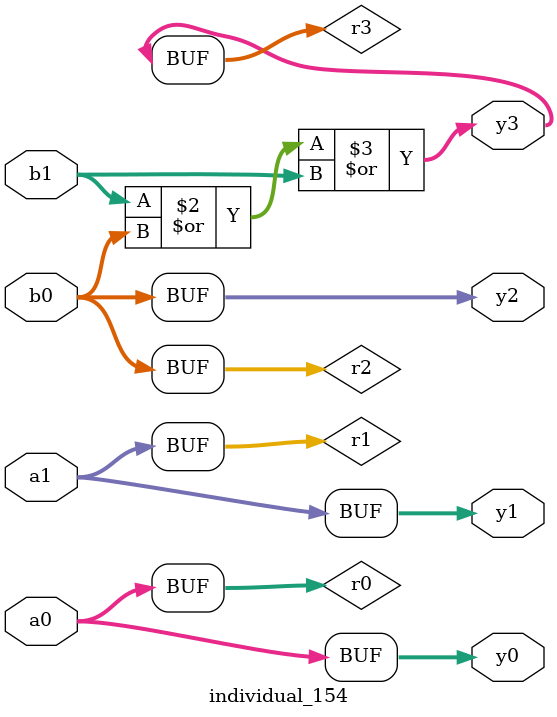
<source format=sv>
module individual_154(input logic [15:0] a1, input logic [15:0] a0, input logic [15:0] b1, input logic [15:0] b0, output logic [15:0] y3, output logic [15:0] y2, output logic [15:0] y1, output logic [15:0] y0);
logic [15:0] r0, r1, r2, r3; 
 always@(*) begin 
	 r0 = a0; r1 = a1; r2 = b0; r3 = b1; 
 	 r3  |=  r2 ;
 	 r3  |=  b1 ;
 	 y3 = r3; y2 = r2; y1 = r1; y0 = r0; 
end
endmodule
</source>
